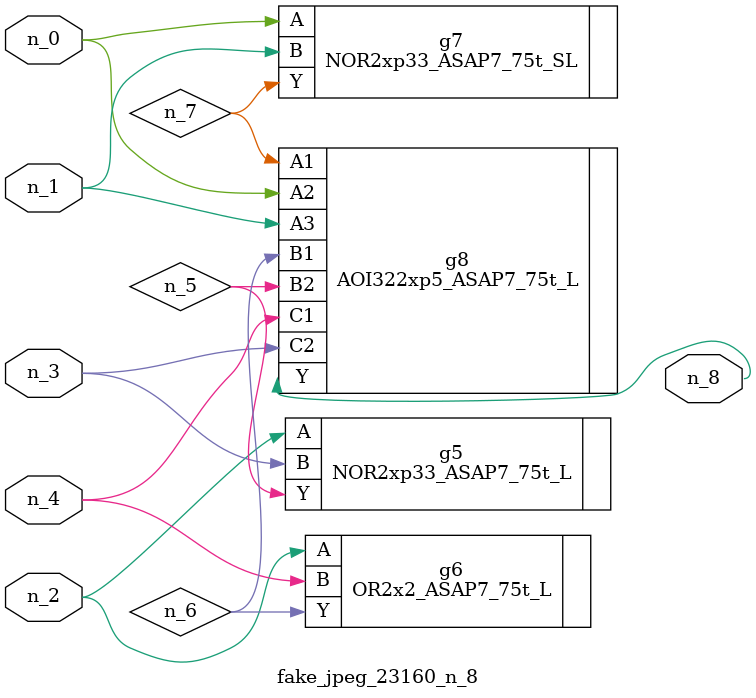
<source format=v>
module fake_jpeg_23160_n_8 (n_3, n_2, n_1, n_0, n_4, n_8);

input n_3;
input n_2;
input n_1;
input n_0;
input n_4;

output n_8;

wire n_6;
wire n_5;
wire n_7;

NOR2xp33_ASAP7_75t_L g5 ( 
.A(n_2),
.B(n_3),
.Y(n_5)
);

OR2x2_ASAP7_75t_L g6 ( 
.A(n_2),
.B(n_4),
.Y(n_6)
);

NOR2xp33_ASAP7_75t_SL g7 ( 
.A(n_0),
.B(n_1),
.Y(n_7)
);

AOI322xp5_ASAP7_75t_L g8 ( 
.A1(n_7),
.A2(n_0),
.A3(n_1),
.B1(n_6),
.B2(n_5),
.C1(n_4),
.C2(n_3),
.Y(n_8)
);


endmodule
</source>
